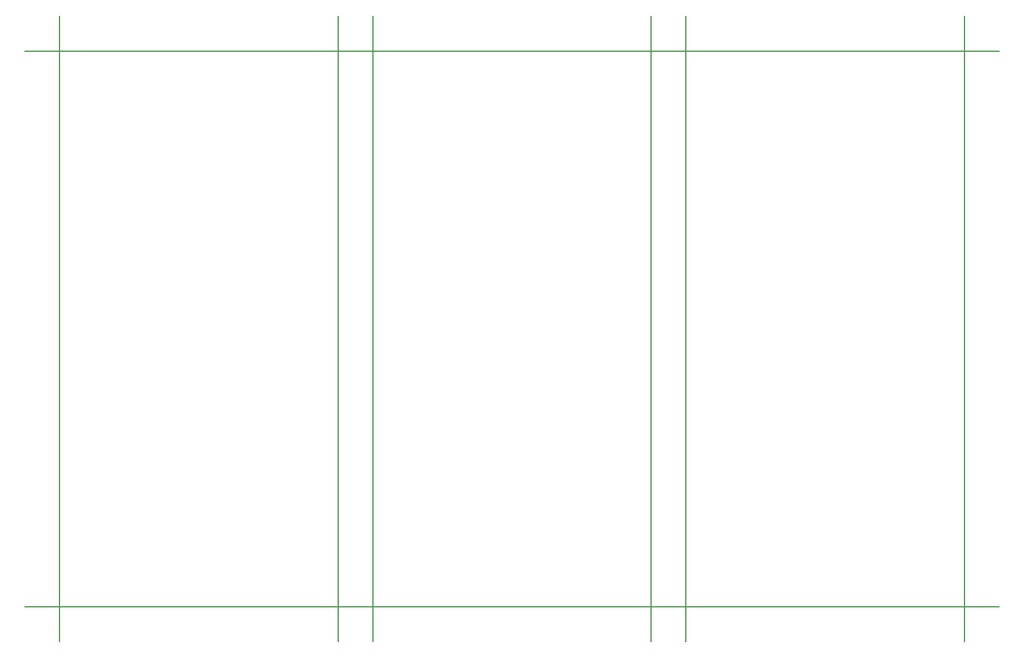
<source format=gbr>
%TF.GenerationSoftware,KiCad,Pcbnew,(5.1.10)-1*%
%TF.CreationDate,2021-10-19T11:57:26+02:00*%
%TF.ProjectId,EspOptoProg Panel,4573704f-7074-46f5-9072-6f672050616e,rev?*%
%TF.SameCoordinates,PXffb3b4c0PY4c4b40*%
%TF.FileFunction,Other,ECO1*%
%FSLAX46Y46*%
G04 Gerber Fmt 4.6, Leading zero omitted, Abs format (unit mm)*
G04 Created by KiCad (PCBNEW (5.1.10)-1) date 2021-10-19 11:57:26*
%MOMM*%
%LPD*%
G01*
G04 APERTURE LIST*
%ADD10C,0.150000*%
G04 APERTURE END LIST*
D10*
X135000000Y90000000D02*
X135000000Y0D01*
X95000000Y90000000D02*
X95000000Y0D01*
X90000000Y90000000D02*
X90000000Y0D01*
X50000000Y90000000D02*
X50000000Y0D01*
X45000000Y90000000D02*
X45000000Y0D01*
X5000000Y90000000D02*
X5000000Y0D01*
X0Y5000000D02*
X140000000Y5000000D01*
X0Y85000000D02*
X140000000Y85000000D01*
M02*

</source>
